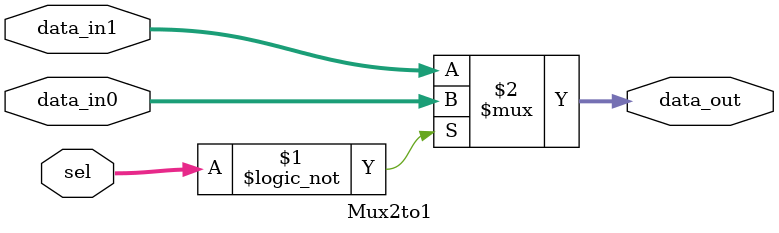
<source format=v>
module Mux2to1(data_in0, data_in1, sel, data_out);
	parameter BIT_WIDTH = 32;

	input [BIT_WIDTH - 1 : 0] data_in0;
	input [BIT_WIDTH - 1 : 0] data_in1;
	input [1 : 0] sel;

	output [BIT_WIDTH - 1 : 0] data_out;

	assign data_out = (sel == 0) ? data_in0 : data_in1;


endmodule
</source>
